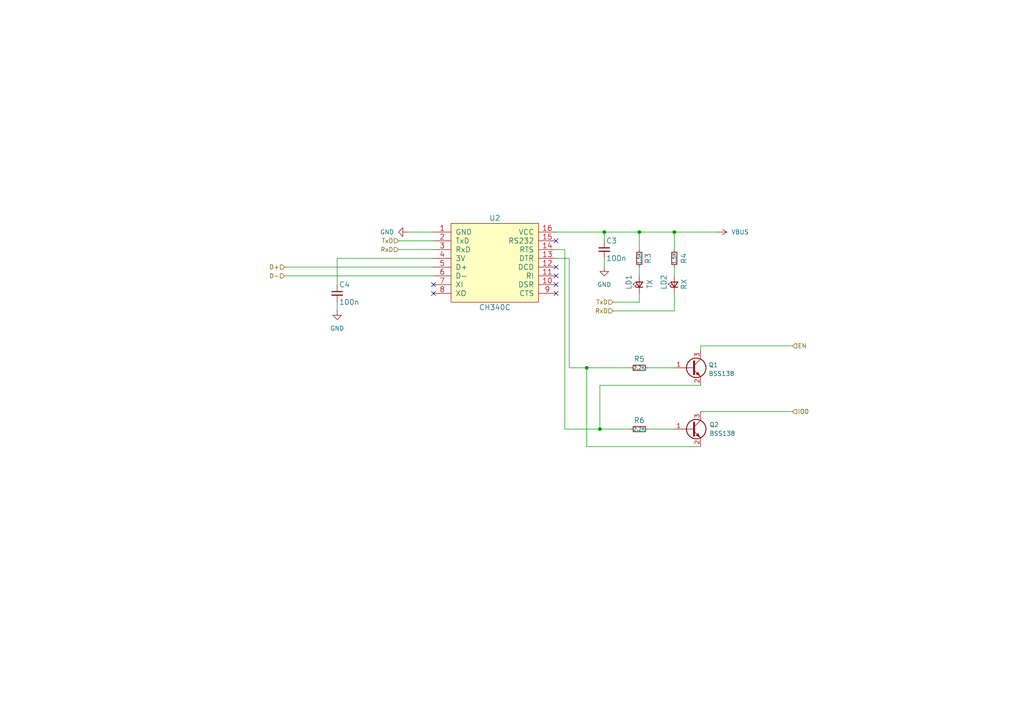
<source format=kicad_sch>
(kicad_sch (version 20250114) (generator "eeschema") (generator_version "9.0")
  (paper "A4")
  (title_block (title "${NAME}") (date "2025-05-24") (rev "${VERSION}") (company "Mikhail Matveev") (comment 1 "https://github.com/rh1tech/echo"))
  (lib_symbols
    (symbol "BC850_1" (pin_names (offset 0) (hide yes))
      (property "Reference" "Q" (at 5.08 1.905 0))
      (property "Value" "BC850" (at 5.08 0 0))
      (symbol "BC850_1_0_1"
        (polyline (pts (xy -2.54 0) (xy 0.635 0)))
        (polyline (pts (xy 0.635 1.905) (xy 0.635 -1.905)) (stroke (width 0.508)))
        (circle (center 1.27 0) (radius 2.8194) (stroke (width 0.254)))
      )
      (symbol "BC850_1_1_1"
        (polyline (pts (xy 0.635 0.635) (xy 2.54 2.54)))
        (polyline (pts (xy 0.635 -0.635) (xy 2.54 -2.54)))
        (polyline (pts (xy 1.27 -1.778) (xy 1.778 -1.27) (xy 2.286 -2.286) (xy 1.27 -1.778)) (fill (type outline)))
        (pin input line (at -5.08 0 0) (length 2.54) (name "B") (number "1"))
        (pin passive line (at 2.54 5.08 270) (length 2.54) (name "C") (number "3"))
        (pin passive line (at 2.54 -5.08 90) (length 2.54) (name "E") (number "2"))
      )
    )
    (symbol "Device:C_Small" (pin_numbers (hide yes)) (pin_names (offset 0.254) (hide yes))
      (property "Reference" "C" (at 0.254 1.778 0))
      (property "Value" "C_Small" (at 0.254 -2.032 0))
      (symbol "C_Small_0_1"
        (polyline (pts (xy -1.524 0.508) (xy 1.524 0.508)) (stroke (width 0.3048)))
        (polyline (pts (xy -1.524 -0.508) (xy 1.524 -0.508)) (stroke (width 0.3302)))
      )
      (symbol "C_Small_1_1"
        (pin passive line (at 0 2.54 270) (length 2.032) (name "~") (number "1"))
        (pin passive line (at 0 -2.54 90) (length 2.032) (name "~") (number "2"))
      )
    )
    (symbol "Device:LED_Small" (pin_numbers (hide yes)) (pin_names (offset 0.254) (hide yes))
      (property "Reference" "D" (at -1.27 3.175 0))
      (property "Value" "LED_Small" (at -4.445 -2.54 0))
      (symbol "LED_Small_0_1"
        (polyline (pts (xy -0.762 -1.016) (xy -0.762 1.016)) (stroke (width 0.254)))
        (polyline (pts (xy 0 0.762) (xy -0.508 1.27) (xy -0.254 1.27) (xy -0.508 1.27) (xy -0.508 1.016)))
        (polyline (pts (xy 0.508 1.27) (xy 0 1.778) (xy 0.254 1.778) (xy 0 1.778) (xy 0 1.524)))
        (polyline (pts (xy 0.762 -1.016) (xy -0.762 0) (xy 0.762 1.016) (xy 0.762 -1.016)) (stroke (width 0.254)))
        (polyline (pts (xy 1.016 0) (xy -0.762 0)))
      )
      (symbol "LED_Small_1_1"
        (pin passive line (at -2.54 0 0) (length 1.778) (name "K") (number "1"))
        (pin passive line (at 2.54 0 180) (length 1.778) (name "A") (number "2"))
      )
    )
    (symbol "Device:R_Small" (pin_numbers (hide yes)) (pin_names (offset 0.254) (hide yes))
      (property "Reference" "R" (at 0.762 0.508 0))
      (property "Value" "R_Small" (at 0.762 -1.016 0))
      (symbol "R_Small_0_1"
        (rectangle (start -0.762 1.778) (end 0.762 -1.778) (stroke (width 0.2032)))
      )
      (symbol "R_Small_1_1"
        (pin passive line (at 0 2.54 270) (length 0.762) (name "~") (number "1"))
        (pin passive line (at 0 -2.54 90) (length 0.762) (name "~") (number "2"))
      )
    )
    (symbol "FRANK:CH340G" (pin_names (offset 1.27))
      (property "Reference" "U2" (at 0 14.224 0))
      (property "Value" "CH340G" (at 0 -11.684 0))
      (symbol "CH340G_1_1"
        (rectangle (start -12.7 -10.16) (end 12.7 12.7) (fill (type background)))
        (pin power_in line (at -17.78 10.16 0) (length 5.08) (name "GND") (number "1"))
        (pin output line (at -17.78 7.62 0) (length 5.08) (name "TxD") (number "2"))
        (pin input line (at -17.78 5.08 0) (length 5.08) (name "RxD") (number "3"))
        (pin power_out line (at -17.78 2.54 0) (length 5.08) (name "3V") (number "4"))
        (pin bidirectional line (at -17.78 0 0) (length 5.08) (name "D+") (number "5"))
        (pin bidirectional line (at -17.78 -2.54 0) (length 5.08) (name "D-") (number "6"))
        (pin input line (at -17.78 -5.08 0) (length 5.08) (name "XI") (number "7"))
        (pin output line (at -17.78 -7.62 0) (length 5.08) (name "XO") (number "8"))
        (pin power_in line (at 17.78 10.16 180) (length 5.08) (name "VCC") (number "16"))
        (pin input line (at 17.78 7.62 180) (length 5.08) (name "RS232") (number "15"))
        (pin output line (at 17.78 5.08 180) (length 5.08) (name "RTS") (number "14"))
        (pin output line (at 17.78 2.54 180) (length 5.08) (name "DTR") (number "13"))
        (pin input line (at 17.78 0 180) (length 5.08) (name "DCD") (number "12"))
        (pin input line (at 17.78 -2.54 180) (length 5.08) (name "RI") (number "11"))
        (pin input line (at 17.78 -5.08 180) (length 5.08) (name "DSR") (number "10"))
        (pin input line (at 17.78 -7.62 180) (length 5.08) (name "CTS") (number "9"))
      )
    )
    (symbol "power:GND" (power) (pin_numbers (hide yes)) (pin_names (offset 0) (hide yes))
      (property "Value" "GND" (at 0 -3.81 0))
      (symbol "GND_0_1"
        (polyline (pts (xy 0 0) (xy 0 -1.27) (xy 1.27 -1.27) (xy 0 -2.54) (xy -1.27 -1.27) (xy 0 -1.27)))
      )
      (symbol "GND_1_1"
        (pin power_in line (at 0 0 270) (length 0) (name "~") (number "1"))
      )
    )
    (symbol "power:VBUS" (power) (pin_numbers (hide yes)) (pin_names (offset 0) (hide yes))
      (property "Value" "VBUS" (at 0 3.556 0))
      (symbol "VBUS_0_1"
        (polyline (pts (xy -0.762 1.27) (xy 0 2.54)))
        (polyline (pts (xy 0 2.54) (xy 0.762 1.27)))
        (polyline (pts (xy 0 0) (xy 0 2.54)))
      )
      (symbol "VBUS_1_1"
        (pin power_in line (at 0 0 90) (length 0) (name "~") (number "1"))
      )
    )
  )
  (junction (at 175.26 67.31))
  (junction (at 185.42 67.31))
  (junction (at 195.58 67.31))
  (junction (at 173.99 124.46))
  (junction (at 170.18 106.68))
  (no_connect (at 161.29 82.55))
  (no_connect (at 161.29 80.01))
  (no_connect (at 125.73 85.09))
  (no_connect (at 161.29 85.09))
  (no_connect (at 161.29 69.85))
  (no_connect (at 161.29 77.47))
  (no_connect (at 125.73 82.55))
  (wire (pts (xy 175.26 67.31) (xy 185.42 67.31)))
  (wire (pts (xy 173.99 124.46) (xy 182.88 124.46)))
  (wire (pts (xy 203.2 101.6) (xy 203.2 100.33)))
  (wire (pts (xy 163.83 124.46) (xy 173.99 124.46)))
  (wire (pts (xy 170.18 106.68) (xy 182.88 106.68)))
  (wire (pts (xy 165.1 106.68) (xy 170.18 106.68)))
  (wire (pts (xy 175.26 69.85) (xy 175.26 67.31)))
  (wire (pts (xy 203.2 119.38) (xy 229.87 119.38)))
  (wire (pts (xy 97.79 74.93) (xy 125.73 74.93)))
  (wire (pts (xy 175.26 74.93) (xy 175.26 77.47)))
  (wire (pts (xy 82.55 77.47) (xy 125.73 77.47)))
  (wire (pts (xy 195.58 67.31) (xy 208.28 67.31)))
  (wire (pts (xy 161.29 67.31) (xy 175.26 67.31)))
  (wire (pts (xy 97.79 90.17) (xy 97.79 87.63)))
  (wire (pts (xy 203.2 129.54) (xy 170.18 129.54)))
  (wire (pts (xy 170.18 106.68) (xy 170.18 129.54)))
  (wire (pts (xy 185.42 67.31) (xy 195.58 67.31)))
  (wire (pts (xy 195.58 85.09) (xy 195.58 90.17)))
  (wire (pts (xy 185.42 77.47) (xy 185.42 80.01)))
  (wire (pts (xy 163.83 72.39) (xy 163.83 124.46)))
  (wire (pts (xy 161.29 74.93) (xy 165.1 74.93)))
  (wire (pts (xy 82.55 80.01) (xy 125.73 80.01)))
  (wire (pts (xy 173.99 124.46) (xy 173.99 111.76)))
  (wire (pts (xy 177.8 87.63) (xy 185.42 87.63)))
  (wire (pts (xy 203.2 100.33) (xy 229.87 100.33)))
  (wire (pts (xy 125.73 69.85) (xy 115.57 69.85)))
  (wire (pts (xy 97.79 74.93) (xy 97.79 82.55)))
  (wire (pts (xy 177.8 90.17) (xy 195.58 90.17)))
  (wire (pts (xy 195.58 77.47) (xy 195.58 80.01)))
  (wire (pts (xy 165.1 74.93) (xy 165.1 106.68)))
  (wire (pts (xy 125.73 72.39) (xy 115.57 72.39)))
  (wire (pts (xy 118.11 67.31) (xy 125.73 67.31)))
  (wire (pts (xy 161.29 72.39) (xy 163.83 72.39)))
  (wire (pts (xy 185.42 67.31) (xy 185.42 72.39)))
  (wire (pts (xy 195.58 67.31) (xy 195.58 72.39)))
  (wire (pts (xy 187.96 124.46) (xy 195.58 124.46)))
  (wire (pts (xy 185.42 85.09) (xy 185.42 87.63)))
  (wire (pts (xy 173.99 111.76) (xy 203.2 111.76)))
  (wire (pts (xy 187.96 106.68) (xy 195.58 106.68)))
  (hierarchical_label "TxD" (shape input) (at 177.8 87.63 180))
  (hierarchical_label "IO0" (shape input) (at 229.87 119.38 0))
  (hierarchical_label "TxD" (shape input) (at 115.57 69.85 180))
  (hierarchical_label "D-" (shape input) (at 82.55 80.01 180))
  (hierarchical_label "RxD" (shape input) (at 115.57 72.39 180))
  (hierarchical_label "EN" (shape input) (at 229.87 100.33 0))
  (hierarchical_label "RxD" (shape input) (at 177.8 90.17 180))
  (hierarchical_label "D+" (shape input) (at 82.55 77.47 180))
  (symbol (lib_name "BC850_1") (lib_id "Transistor_BJT:BC850") (at 200.66 124.46 0) (unit 1)
    (property "Reference" "Q2" (at 205.74 123.1899 0) (effects (justify left)))
    (property "Value" "BSS138" (at 205.74 125.7299 0) (effects (justify left)))
    (property "Footprint" "FRANK:SOT-23" (effects (hide yes)))
    (property "Datasheet" "http://www.infineon.com/dgdl/Infineon-BC847SERIES_BC848SERIES_BC849SERIES_BC850SERIES-DS-v01_01-en.pdf?fileId=db3a304314dca389011541d4630a1657" (effects (hide yes)))
    (property "Description" "0.1A Ic, 45V Vce, NPN Transistor, SOT-23" (effects (hide yes)))
    (property "AliExpress" "https://www.aliexpress.com/item/1005005008637286.html" (effects (hide yes)))
  )
  (symbol (lib_id "Device:LED_Small") (at 185.42 82.55 90) (unit 1)
    (property "Reference" "LD1" (at 182.372 84.074 0) (effects (font (size 1.524 1.524)) (justify left)))
    (property "Value" "TX" (at 188.468 83.82 0) (effects (font (size 1.524 1.524)) (justify left)))
    (property "Footprint" "FRANK:LED (0805)" (effects (hide yes)))
    (property "Description" "Light emitting diode, small symbol" (effects (hide yes)))
    (property "Sim.Pin" "1=K 2=A" (effects (hide yes)))
  )
  (symbol (lib_id "power:GND") (at 97.79 90.17 0) (unit 1)
    (property "Reference" "#PWR013" (effects (hide yes)))
    (property "Value" "GND" (at 97.79 95.25 0))
    (property "Description" "Power symbol creates a global label with name \"GND\" , ground" (effects (hide yes)))
  )
  (symbol (lib_id "FRANK:CH340G") (at 143.51 77.47 0) (unit 1)
    (property "Reference" "U2" (at 143.51 63.246 0) (effects (font (size 1.524 1.524))))
    (property "Value" "CH340C" (at 143.51 89.154 0) (effects (font (size 1.524 1.524))))
    (property "Footprint" "FRANK:SOP-16" (effects (hide yes)))
  )
  (symbol (lib_id "Device:R_Small") (at 185.42 106.68 270) (unit 1)
    (property "Reference" "R5" (at 185.42 104.14 90) (effects (font (size 1.524 1.524))))
    (property "Value" "2.2K" (at 185.42 106.68 90) (effects (font (size 1.016 1.016))))
    (property "Footprint" "FRANK:Resistor (0805)" (effects (hide yes)))
    (property "Description" "Resistor, small symbol" (effects (hide yes)))
  )
  (symbol (lib_id "Device:R_Small") (at 195.58 74.93 0) (unit 1)
    (property "Reference" "R4" (at 198.374 74.93 90) (effects (font (size 1.524 1.524))))
    (property "Value" "1.5K" (at 195.58 74.93 90) (effects (font (size 1.016 1.016))))
    (property "Footprint" "FRANK:Resistor (0805)" (effects (hide yes)))
    (property "Description" "Resistor, small symbol" (effects (hide yes)))
  )
  (symbol (lib_id "Device:C_Small") (at 97.79 85.09 0) (unit 1)
    (property "Reference" "C4" (at 98.298 82.55 0) (effects (font (size 1.524 1.524)) (justify left)))
    (property "Value" "100n" (at 98.298 87.63 0) (effects (font (size 1.524 1.524)) (justify left)))
    (property "Footprint" "FRANK:Capacitor (0805)" (effects (hide yes)))
    (property "Description" "Unpolarized capacitor, small symbol" (effects (hide yes)))
  )
  (symbol (lib_id "power:VBUS") (at 208.28 67.31 270) (unit 1)
    (property "Reference" "#PWR011" (effects (hide yes)))
    (property "Value" "VBUS" (at 212.09 67.3099 90) (effects (justify left)))
    (property "Description" "Power symbol creates a global label with name \"VBUS\"" (effects (hide yes)))
  )
  (symbol (lib_name "BC850_1") (lib_id "Transistor_BJT:BC850") (at 200.66 106.68 0) (unit 1)
    (property "Reference" "Q1" (at 205.5114 105.8453 0) (effects (justify left)))
    (property "Value" "BSS138" (at 205.5114 108.3822 0) (effects (justify left)))
    (property "Footprint" "FRANK:SOT-23" (effects (hide yes)))
    (property "Datasheet" "http://www.infineon.com/dgdl/Infineon-BC847SERIES_BC848SERIES_BC849SERIES_BC850SERIES-DS-v01_01-en.pdf?fileId=db3a304314dca389011541d4630a1657" (effects (hide yes)))
    (property "Description" "0.1A Ic, 45V Vce, NPN Transistor, SOT-23" (effects (hide yes)))
    (property "AliExpress" "https://www.aliexpress.com/item/1005005008637286.html" (effects (hide yes)))
  )
  (symbol (lib_id "Device:R_Small") (at 185.42 74.93 180) (unit 1)
    (property "Reference" "R3" (at 187.96 74.93 90) (effects (font (size 1.524 1.524))))
    (property "Value" "1.5K" (at 185.42 74.93 90) (effects (font (size 1.016 1.016))))
    (property "Footprint" "FRANK:Resistor (0805)" (effects (hide yes)))
    (property "Description" "Resistor, small symbol" (effects (hide yes)))
  )
  (symbol (lib_id "power:GND") (at 118.11 67.31 270) (unit 1)
    (property "Reference" "#PWR010" (effects (hide yes)))
    (property "Value" "GND" (at 114.3 67.3099 90) (effects (justify right)))
    (property "Description" "Power symbol creates a global label with name \"GND\" , ground" (effects (hide yes)))
  )
  (symbol (lib_id "power:GND") (at 175.26 77.47 0) (unit 1)
    (property "Reference" "#PWR012" (effects (hide yes)))
    (property "Value" "GND" (at 175.26 82.55 0))
    (property "Description" "Power symbol creates a global label with name \"GND\" , ground" (effects (hide yes)))
  )
  (symbol (lib_id "Device:LED_Small") (at 195.58 82.55 90) (unit 1)
    (property "Reference" "LD2" (at 192.532 84.074 0) (effects (font (size 1.524 1.524)) (justify left)))
    (property "Value" "RX" (at 198.374 84.074 0) (effects (font (size 1.524 1.524)) (justify left)))
    (property "Footprint" "FRANK:LED (0805)" (effects (hide yes)))
    (property "Description" "Light emitting diode, small symbol" (effects (hide yes)))
    (property "Sim.Pin" "1=K 2=A" (effects (hide yes)))
  )
  (symbol (lib_id "Device:R_Small") (at 185.42 124.46 270) (unit 1)
    (property "Reference" "R6" (at 185.42 121.92 90) (effects (font (size 1.524 1.524))))
    (property "Value" "2.2K" (at 185.42 124.46 90) (effects (font (size 1.016 1.016))))
    (property "Footprint" "FRANK:Resistor (0805)" (effects (hide yes)))
    (property "Description" "Resistor, small symbol" (effects (hide yes)))
  )
  (symbol (lib_id "Device:C_Small") (at 175.26 72.39 0) (unit 1)
    (property "Reference" "C3" (at 175.768 69.85 0) (effects (font (size 1.524 1.524)) (justify left)))
    (property "Value" "100n" (at 175.768 74.93 0) (effects (font (size 1.524 1.524)) (justify left)))
    (property "Footprint" "FRANK:Capacitor (0805)" (effects (hide yes)))
    (property "Description" "Unpolarized capacitor, small symbol" (effects (hide yes)))
  )
)
</source>
